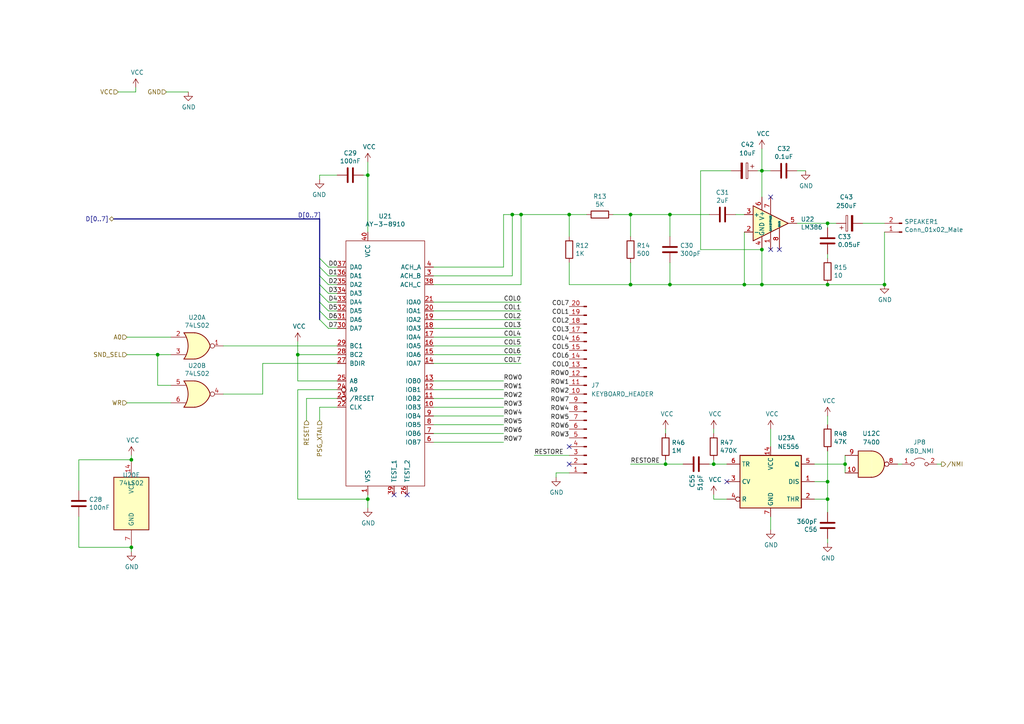
<source format=kicad_sch>
(kicad_sch (version 20211123) (generator eeschema)
  (paper "A4")
  (lib_symbols
    (symbol "74xx:7400" (pin_names (offset 1.016))
      (property "Reference" "U" (at 0 1.27 0))
      (property "Value" "7400" (at 0 -1.27 0))
      (symbol "7400_1_1"
        (arc (start 0 -3.81) (mid 3.81 0) (end 0 3.81) (stroke (width 0.254)) (fill (type background)))
        (polyline (pts (xy 0 3.81) (xy -3.81 3.81) (xy -3.81 -3.81) (xy 0 -3.81)) (stroke (width 0.254)) (fill (type background)))
        (pin input line (at -7.62 2.54 0) (length 3.81) (name "~") (number "1"))
        (pin input line (at -7.62 -2.54 0) (length 3.81) (name "~") (number "2"))
        (pin output inverted (at 7.62 0 180) (length 3.81) (name "~") (number "3"))
      )
      (symbol "7400_1_2"
        (arc (start -3.81 -3.81) (mid -2.589 0) (end -3.81 3.81) (stroke (width 0.254)))
        (arc (start -0.6096 -3.81) (mid 2.1842 -2.5851) (end 3.81 0) (stroke (width 0.254)) (fill (type background)))
        (polyline (pts (xy -3.81 -3.81) (xy -0.635 -3.81)) (stroke (width 0.254)) (fill (type background)))
        (polyline (pts (xy -3.81 3.81) (xy -0.635 3.81)) (stroke (width 0.254)) (fill (type background)))
        (polyline (pts (xy -0.635 3.81) (xy -3.81 3.81) (xy -3.81 3.81) (xy -3.556 3.4036) (xy -3.0226 2.2606) (xy -2.6924 1.0414) (xy -2.6162 -0.254) (xy -2.7686 -1.4986) (xy -3.175 -2.7178) (xy -3.81 -3.81) (xy -3.81 -3.81) (xy -0.635 -3.81)) (stroke (width -25.4)) (fill (type background)))
        (arc (start 3.81 0) (mid 2.1915 2.5936) (end -0.6096 3.81) (stroke (width 0.254)) (fill (type background)))
        (pin input inverted (at -7.62 2.54 0) (length 4.318) (name "~") (number "1"))
        (pin input inverted (at -7.62 -2.54 0) (length 4.318) (name "~") (number "2"))
        (pin output line (at 7.62 0 180) (length 3.81) (name "~") (number "3"))
      )
      (symbol "7400_2_1"
        (arc (start 0 -3.81) (mid 3.81 0) (end 0 3.81) (stroke (width 0.254)) (fill (type background)))
        (polyline (pts (xy 0 3.81) (xy -3.81 3.81) (xy -3.81 -3.81) (xy 0 -3.81)) (stroke (width 0.254)) (fill (type background)))
        (pin input line (at -7.62 2.54 0) (length 3.81) (name "~") (number "4"))
        (pin input line (at -7.62 -2.54 0) (length 3.81) (name "~") (number "5"))
        (pin output inverted (at 7.62 0 180) (length 3.81) (name "~") (number "6"))
      )
      (symbol "7400_2_2"
        (arc (start -3.81 -3.81) (mid -2.589 0) (end -3.81 3.81) (stroke (width 0.254)))
        (arc (start -0.6096 -3.81) (mid 2.1842 -2.5851) (end 3.81 0) (stroke (width 0.254)) (fill (type background)))
        (polyline (pts (xy -3.81 -3.81) (xy -0.635 -3.81)) (stroke (width 0.254)) (fill (type background)))
        (polyline (pts (xy -3.81 3.81) (xy -0.635 3.81)) (stroke (width 0.254)) (fill (type background)))
        (polyline (pts (xy -0.635 3.81) (xy -3.81 3.81) (xy -3.81 3.81) (xy -3.556 3.4036) (xy -3.0226 2.2606) (xy -2.6924 1.0414) (xy -2.6162 -0.254) (xy -2.7686 -1.4986) (xy -3.175 -2.7178) (xy -3.81 -3.81) (xy -3.81 -3.81) (xy -0.635 -3.81)) (stroke (width -25.4)) (fill (type background)))
        (arc (start 3.81 0) (mid 2.1915 2.5936) (end -0.6096 3.81) (stroke (width 0.254)) (fill (type background)))
        (pin input inverted (at -7.62 2.54 0) (length 4.318) (name "~") (number "4"))
        (pin input inverted (at -7.62 -2.54 0) (length 4.318) (name "~") (number "5"))
        (pin output line (at 7.62 0 180) (length 3.81) (name "~") (number "6"))
      )
      (symbol "7400_3_1"
        (arc (start 0 -3.81) (mid 3.81 0) (end 0 3.81) (stroke (width 0.254)) (fill (type background)))
        (polyline (pts (xy 0 3.81) (xy -3.81 3.81) (xy -3.81 -3.81) (xy 0 -3.81)) (stroke (width 0.254)) (fill (type background)))
        (pin input line (at -7.62 -2.54 0) (length 3.81) (name "~") (number "10"))
        (pin output inverted (at 7.62 0 180) (length 3.81) (name "~") (number "8"))
        (pin input line (at -7.62 2.54 0) (length 3.81) (name "~") (number "9"))
      )
      (symbol "7400_3_2"
        (arc (start -3.81 -3.81) (mid -2.589 0) (end -3.81 3.81) (stroke (width 0.254)))
        (arc (start -0.6096 -3.81) (mid 2.1842 -2.5851) (end 3.81 0) (stroke (width 0.254)) (fill (type background)))
        (polyline (pts (xy -3.81 -3.81) (xy -0.635 -3.81)) (stroke (width 0.254)) (fill (type background)))
        (polyline (pts (xy -3.81 3.81) (xy -0.635 3.81)) (stroke (width 0.254)) (fill (type background)))
        (polyline (pts (xy -0.635 3.81) (xy -3.81 3.81) (xy -3.81 3.81) (xy -3.556 3.4036) (xy -3.0226 2.2606) (xy -2.6924 1.0414) (xy -2.6162 -0.254) (xy -2.7686 -1.4986) (xy -3.175 -2.7178) (xy -3.81 -3.81) (xy -3.81 -3.81) (xy -0.635 -3.81)) (stroke (width -25.4)) (fill (type background)))
        (arc (start 3.81 0) (mid 2.1915 2.5936) (end -0.6096 3.81) (stroke (width 0.254)) (fill (type background)))
        (pin input inverted (at -7.62 -2.54 0) (length 4.318) (name "~") (number "10"))
        (pin output line (at 7.62 0 180) (length 3.81) (name "~") (number "8"))
        (pin input inverted (at -7.62 2.54 0) (length 4.318) (name "~") (number "9"))
      )
      (symbol "7400_4_1"
        (arc (start 0 -3.81) (mid 3.81 0) (end 0 3.81) (stroke (width 0.254)) (fill (type background)))
        (polyline (pts (xy 0 3.81) (xy -3.81 3.81) (xy -3.81 -3.81) (xy 0 -3.81)) (stroke (width 0.254)) (fill (type background)))
        (pin output inverted (at 7.62 0 180) (length 3.81) (name "~") (number "11"))
        (pin input line (at -7.62 2.54 0) (length 3.81) (name "~") (number "12"))
        (pin input line (at -7.62 -2.54 0) (length 3.81) (name "~") (number "13"))
      )
      (symbol "7400_4_2"
        (arc (start -3.81 -3.81) (mid -2.589 0) (end -3.81 3.81) (stroke (width 0.254)))
        (arc (start -0.6096 -3.81) (mid 2.1842 -2.5851) (end 3.81 0) (stroke (width 0.254)) (fill (type background)))
        (polyline (pts (xy -3.81 -3.81) (xy -0.635 -3.81)) (stroke (width 0.254)) (fill (type background)))
        (polyline (pts (xy -3.81 3.81) (xy -0.635 3.81)) (stroke (width 0.254)) (fill (type background)))
        (polyline (pts (xy -0.635 3.81) (xy -3.81 3.81) (xy -3.81 3.81) (xy -3.556 3.4036) (xy -3.0226 2.2606) (xy -2.6924 1.0414) (xy -2.6162 -0.254) (xy -2.7686 -1.4986) (xy -3.175 -2.7178) (xy -3.81 -3.81) (xy -3.81 -3.81) (xy -0.635 -3.81)) (stroke (width -25.4)) (fill (type background)))
        (arc (start 3.81 0) (mid 2.1915 2.5936) (end -0.6096 3.81) (stroke (width 0.254)) (fill (type background)))
        (pin output line (at 7.62 0 180) (length 3.81) (name "~") (number "11"))
        (pin input inverted (at -7.62 2.54 0) (length 4.318) (name "~") (number "12"))
        (pin input inverted (at -7.62 -2.54 0) (length 4.318) (name "~") (number "13"))
      )
      (symbol "7400_5_0"
        (pin power_in line (at 0 12.7 270) (length 5.08) (name "VCC") (number "14"))
        (pin power_in line (at 0 -12.7 90) (length 5.08) (name "GND") (number "7"))
      )
      (symbol "7400_5_1"
        (rectangle (start -5.08 7.62) (end 5.08 -7.62) (stroke (width 0.254)) (fill (type background)))
      )
    )
    (symbol "74xx:74LS02" (pin_names (offset 1.016))
      (property "Reference" "U" (at 0 1.27 0))
      (property "Value" "74LS02" (at 0 -1.27 0))
      (symbol "74LS02_1_1"
        (arc (start -3.81 -3.81) (mid -2.589 0) (end -3.81 3.81) (stroke (width 0.254)))
        (arc (start -0.6096 -3.81) (mid 2.1842 -2.5851) (end 3.81 0) (stroke (width 0.254)) (fill (type background)))
        (polyline (pts (xy -3.81 -3.81) (xy -0.635 -3.81)) (stroke (width 0.254)) (fill (type background)))
        (polyline (pts (xy -3.81 3.81) (xy -0.635 3.81)) (stroke (width 0.254)) (fill (type background)))
        (polyline (pts (xy -0.635 3.81) (xy -3.81 3.81) (xy -3.81 3.81) (xy -3.556 3.4036) (xy -3.0226 2.2606) (xy -2.6924 1.0414) (xy -2.6162 -0.254) (xy -2.7686 -1.4986) (xy -3.175 -2.7178) (xy -3.81 -3.81) (xy -3.81 -3.81) (xy -0.635 -3.81)) (stroke (width -25.4)) (fill (type background)))
        (arc (start 3.81 0) (mid 2.1915 2.5936) (end -0.6096 3.81) (stroke (width 0.254)) (fill (type background)))
        (pin output inverted (at 7.62 0 180) (length 3.81) (name "~") (number "1"))
        (pin input line (at -7.62 2.54 0) (length 4.318) (name "~") (number "2"))
        (pin input line (at -7.62 -2.54 0) (length 4.318) (name "~") (number "3"))
      )
      (symbol "74LS02_1_2"
        (arc (start 0 -3.81) (mid 3.81 0) (end 0 3.81) (stroke (width 0.254)) (fill (type background)))
        (polyline (pts (xy 0 3.81) (xy -3.81 3.81) (xy -3.81 -3.81) (xy 0 -3.81)) (stroke (width 0.254)) (fill (type background)))
        (pin output line (at 7.62 0 180) (length 3.81) (name "~") (number "1"))
        (pin input inverted (at -7.62 2.54 0) (length 3.81) (name "~") (number "2"))
        (pin input inverted (at -7.62 -2.54 0) (length 3.81) (name "~") (number "3"))
      )
      (symbol "74LS02_2_1"
        (arc (start -3.81 -3.81) (mid -2.589 0) (end -3.81 3.81) (stroke (width 0.254)))
        (arc (start -0.6096 -3.81) (mid 2.1842 -2.5851) (end 3.81 0) (stroke (width 0.254)) (fill (type background)))
        (polyline (pts (xy -3.81 -3.81) (xy -0.635 -3.81)) (stroke (width 0.254)) (fill (type background)))
        (polyline (pts (xy -3.81 3.81) (xy -0.635 3.81)) (stroke (width 0.254)) (fill (type background)))
        (polyline (pts (xy -0.635 3.81) (xy -3.81 3.81) (xy -3.81 3.81) (xy -3.556 3.4036) (xy -3.0226 2.2606) (xy -2.6924 1.0414) (xy -2.6162 -0.254) (xy -2.7686 -1.4986) (xy -3.175 -2.7178) (xy -3.81 -3.81) (xy -3.81 -3.81) (xy -0.635 -3.81)) (stroke (width -25.4)) (fill (type background)))
        (arc (start 3.81 0) (mid 2.1915 2.5936) (end -0.6096 3.81) (stroke (width 0.254)) (fill (type background)))
        (pin output inverted (at 7.62 0 180) (length 3.81) (name "~") (number "4"))
        (pin input line (at -7.62 2.54 0) (length 4.318) (name "~") (number "5"))
        (pin input line (at -7.62 -2.54 0) (length 4.318) (name "~") (number "6"))
      )
      (symbol "74LS02_2_2"
        (arc (start 0 -3.81) (mid 3.81 0) (end 0 3.81) (stroke (width 0.254)) (fill (type background)))
        (polyline (pts (xy 0 3.81) (xy -3.81 3.81) (xy -3.81 -3.81) (xy 0 -3.81)) (stroke (width 0.254)) (fill (type background)))
        (pin output line (at 7.62 0 180) (length 3.81) (name "~") (number "4"))
        (pin input inverted (at -7.62 2.54 0) (length 3.81) (name "~") (number "5"))
        (pin input inverted (at -7.62 -2.54 0) (length 3.81) (name "~") (number "6"))
      )
      (symbol "74LS02_3_1"
        (arc (start -3.81 -3.81) (mid -2.589 0) (end -3.81 3.81) (stroke (width 0.254)))
        (arc (start -0.6096 -3.81) (mid 2.1842 -2.5851) (end 3.81 0) (stroke (width 0.254)) (fill (type background)))
        (polyline (pts (xy -3.81 -3.81) (xy -0.635 -3.81)) (stroke (width 0.254)) (fill (type background)))
        (polyline (pts (xy -3.81 3.81) (xy -0.635 3.81)) (stroke (width 0.254)) (fill (type background)))
        (polyline (pts (xy -0.635 3.81) (xy -3.81 3.81) (xy -3.81 3.81) (xy -3.556 3.4036) (xy -3.0226 2.2606) (xy -2.6924 1.0414) (xy -2.6162 -0.254) (xy -2.7686 -1.4986) (xy -3.175 -2.7178) (xy -3.81 -3.81) (xy -3.81 -3.81) (xy -0.635 -3.81)) (stroke (width -25.4)) (fill (type background)))
        (arc (start 3.81 0) (mid 2.1915 2.5936) (end -0.6096 3.81) (stroke (width 0.254)) (fill (type background)))
        (pin output inverted (at 7.62 0 180) (length 3.81) (name "~") (number "10"))
        (pin input line (at -7.62 2.54 0) (length 4.318) (name "~") (number "8"))
        (pin input line (at -7.62 -2.54 0) (length 4.318) (name "~") (number "9"))
      )
      (symbol "74LS02_3_2"
        (arc (start 0 -3.81) (mid 3.81 0) (end 0 3.81) (stroke (width 0.254)) (fill (type background)))
        (polyline (pts (xy 0 3.81) (xy -3.81 3.81) (xy -3.81 -3.81) (xy 0 -3.81)) (stroke (width 0.254)) (fill (type background)))
        (pin output line (at 7.62 0 180) (length 3.81) (name "~") (number "10"))
        (pin input inverted (at -7.62 2.54 0) (length 3.81) (name "~") (number "8"))
        (pin input inverted (at -7.62 -2.54 0) (length 3.81) (name "~") (number "9"))
      )
      (symbol "74LS02_4_1"
        (arc (start -3.81 -3.81) (mid -2.589 0) (end -3.81 3.81) (stroke (width 0.254)))
        (arc (start -0.6096 -3.81) (mid 2.1842 -2.5851) (end 3.81 0) (stroke (width 0.254)) (fill (type background)))
        (polyline (pts (xy -3.81 -3.81) (xy -0.635 -3.81)) (stroke (width 0.254)) (fill (type background)))
        (polyline (pts (xy -3.81 3.81) (xy -0.635 3.81)) (stroke (width 0.254)) (fill (type background)))
        (polyline (pts (xy -0.635 3.81) (xy -3.81 3.81) (xy -3.81 3.81) (xy -3.556 3.4036) (xy -3.0226 2.2606) (xy -2.6924 1.0414) (xy -2.6162 -0.254) (xy -2.7686 -1.4986) (xy -3.175 -2.7178) (xy -3.81 -3.81) (xy -3.81 -3.81) (xy -0.635 -3.81)) (stroke (width -25.4)) (fill (type background)))
        (arc (start 3.81 0) (mid 2.1915 2.5936) (end -0.6096 3.81) (stroke (width 0.254)) (fill (type background)))
        (pin input line (at -7.62 2.54 0) (length 4.318) (name "~") (number "11"))
        (pin input line (at -7.62 -2.54 0) (length 4.318) (name "~") (number "12"))
        (pin output inverted (at 7.62 0 180) (length 3.81) (name "~") (number "13"))
      )
      (symbol "74LS02_4_2"
        (arc (start 0 -3.81) (mid 3.81 0) (end 0 3.81) (stroke (width 0.254)) (fill (type background)))
        (polyline (pts (xy 0 3.81) (xy -3.81 3.81) (xy -3.81 -3.81) (xy 0 -3.81)) (stroke (width 0.254)) (fill (type background)))
        (pin input inverted (at -7.62 2.54 0) (length 3.81) (name "~") (number "11"))
        (pin input inverted (at -7.62 -2.54 0) (length 3.81) (name "~") (number "12"))
        (pin output line (at 7.62 0 180) (length 3.81) (name "~") (number "13"))
      )
      (symbol "74LS02_5_0"
        (pin power_in line (at 0 12.7 270) (length 5.08) (name "VCC") (number "14"))
        (pin power_in line (at 0 -12.7 90) (length 5.08) (name "GND") (number "7"))
      )
      (symbol "74LS02_5_1"
        (rectangle (start -5.08 7.62) (end 5.08 -7.62) (stroke (width 0.254)) (fill (type background)))
      )
    )
    (symbol "Amplifier_Audio:LM386" (pin_names (offset 0.127))
      (property "Reference" "U" (at 1.27 7.62 0))
      (property "Value" "LM386" (at 1.27 5.08 0))
      (symbol "LM386_0_1"
        (polyline (pts (xy 5.08 0) (xy -5.08 5.08) (xy -5.08 -5.08) (xy 5.08 0)) (stroke (width 0.254)) (fill (type background)))
      )
      (symbol "LM386_1_1"
        (pin input line (at 0 -7.62 90) (length 5.08) (name "GAIN") (number "1"))
        (pin input line (at -7.62 -2.54 0) (length 2.54) (name "-") (number "2"))
        (pin input line (at -7.62 2.54 0) (length 2.54) (name "+") (number "3"))
        (pin power_in line (at -2.54 -7.62 90) (length 3.81) (name "GND") (number "4"))
        (pin output line (at 7.62 0 180) (length 2.54) (name "~") (number "5"))
        (pin power_in line (at -2.54 7.62 270) (length 3.81) (name "V+") (number "6"))
        (pin input line (at 0 7.62 270) (length 5.08) (name "BYPASS") (number "7"))
        (pin input line (at 2.54 -7.62 90) (length 6.35) (name "GAIN") (number "8"))
      )
    )
    (symbol "Connector:Conn_01x02_Male" (pin_names (offset 1.016) hide)
      (property "Reference" "J" (at 0 2.54 0))
      (property "Value" "Conn_01x02_Male" (at 0 -5.08 0))
      (symbol "Conn_01x02_Male_1_1"
        (polyline (pts (xy 1.27 -2.54) (xy 0.8636 -2.54)) (stroke (width 0.1524)))
        (polyline (pts (xy 1.27 0) (xy 0.8636 0)) (stroke (width 0.1524)))
        (rectangle (start 0.8636 -2.413) (end 0 -2.667) (stroke (width 0.1524)) (fill (type outline)))
        (rectangle (start 0.8636 0.127) (end 0 -0.127) (stroke (width 0.1524)) (fill (type outline)))
        (pin passive line (at 5.08 0 180) (length 3.81) (name "Pin_1") (number "1"))
        (pin passive line (at 5.08 -2.54 180) (length 3.81) (name "Pin_2") (number "2"))
      )
    )
    (symbol "Connector:Conn_01x20_Male" (pin_names (offset 1.016) hide)
      (property "Reference" "J" (at 0 25.4 0))
      (property "Value" "Conn_01x20_Male" (at 0 -27.94 0))
      (symbol "Conn_01x20_Male_1_1"
        (polyline (pts (xy 1.27 -25.4) (xy 0.8636 -25.4)) (stroke (width 0.1524)))
        (polyline (pts (xy 1.27 -22.86) (xy 0.8636 -22.86)) (stroke (width 0.1524)))
        (polyline (pts (xy 1.27 -20.32) (xy 0.8636 -20.32)) (stroke (width 0.1524)))
        (polyline (pts (xy 1.27 -17.78) (xy 0.8636 -17.78)) (stroke (width 0.1524)))
        (polyline (pts (xy 1.27 -15.24) (xy 0.8636 -15.24)) (stroke (width 0.1524)))
        (polyline (pts (xy 1.27 -12.7) (xy 0.8636 -12.7)) (stroke (width 0.1524)))
        (polyline (pts (xy 1.27 -10.16) (xy 0.8636 -10.16)) (stroke (width 0.1524)))
        (polyline (pts (xy 1.27 -7.62) (xy 0.8636 -7.62)) (stroke (width 0.1524)))
        (polyline (pts (xy 1.27 -5.08) (xy 0.8636 -5.08)) (stroke (width 0.1524)))
        (polyline (pts (xy 1.27 -2.54) (xy 0.8636 -2.54)) (stroke (width 0.1524)))
        (polyline (pts (xy 1.27 0) (xy 0.8636 0)) (stroke (width 0.1524)))
        (polyline (pts (xy 1.27 2.54) (xy 0.8636 2.54)) (stroke (width 0.1524)))
        (polyline (pts (xy 1.27 5.08) (xy 0.8636 5.08)) (stroke (width 0.1524)))
        (polyline (pts (xy 1.27 7.62) (xy 0.8636 7.62)) (stroke (width 0.1524)))
        (polyline (pts (xy 1.27 10.16) (xy 0.8636 10.16)) (stroke (width 0.1524)))
        (polyline (pts (xy 1.27 12.7) (xy 0.8636 12.7)) (stroke (width 0.1524)))
        (polyline (pts (xy 1.27 15.24) (xy 0.8636 15.24)) (stroke (width 0.1524)))
        (polyline (pts (xy 1.27 17.78) (xy 0.8636 17.78)) (stroke (width 0.1524)))
        (polyline (pts (xy 1.27 20.32) (xy 0.8636 20.32)) (stroke (width 0.1524)))
        (polyline (pts (xy 1.27 22.86) (xy 0.8636 22.86)) (stroke (width 0.1524)))
        (rectangle (start 0.8636 -25.273) (end 0 -25.527) (stroke (width 0.1524)) (fill (type outline)))
        (rectangle (start 0.8636 -22.733) (end 0 -22.987) (stroke (width 0.1524)) (fill (type outline)))
        (rectangle (start 0.8636 -20.193) (end 0 -20.447) (stroke (width 0.1524)) (fill (type outline)))
        (rectangle (start 0.8636 -17.653) (end 0 -17.907) (stroke (width 0.1524)) (fill (type outline)))
        (rectangle (start 0.8636 -15.113) (end 0 -15.367) (stroke (width 0.1524)) (fill (type outline)))
        (rectangle (start 0.8636 -12.573) (end 0 -12.827) (stroke (width 0.1524)) (fill (type outline)))
        (rectangle (start 0.8636 -10.033) (end 0 -10.287) (stroke (width 0.1524)) (fill (type outline)))
        (rectangle (start 0.8636 -7.493) (end 0 -7.747) (stroke (width 0.1524)) (fill (type outline)))
        (rectangle (start 0.8636 -4.953) (end 0 -5.207) (stroke (width 0.1524)) (fill (type outline)))
        (rectangle (start 0.8636 -2.413) (end 0 -2.667) (stroke (width 0.1524)) (fill (type outline)))
        (rectangle (start 0.8636 0.127) (end 0 -0.127) (stroke (width 0.1524)) (fill (type outline)))
        (rectangle (start 0.8636 2.667) (end 0 2.413) (stroke (width 0.1524)) (fill (type outline)))
        (rectangle (start 0.8636 5.207) (end 0 4.953) (stroke (width 0.1524)) (fill (type outline)))
        (rectangle (start 0.8636 7.747) (end 0 7.493) (stroke (width 0.1524)) (fill (type outline)))
        (rectangle (start 0.8636 10.287) (end 0 10.033) (stroke (width 0.1524)) (fill (type outline)))
        (rectangle (start 0.8636 12.827) (end 0 12.573) (stroke (width 0.1524)) (fill (type outline)))
        (rectangle (start 0.8636 15.367) (end 0 15.113) (stroke (width 0.1524)) (fill (type outline)))
        (rectangle (start 0.8636 17.907) (end 0 17.653) (stroke (width 0.1524)) (fill (type outline)))
        (rectangle (start 0.8636 20.447) (end 0 20.193) (stroke (width 0.1524)) (fill (type outline)))
        (rectangle (start 0.8636 22.987) (end 0 22.733) (stroke (width 0.1524)) (fill (type outline)))
        (pin passive line (at 5.08 22.86 180) (length 3.81) (name "Pin_1") (number "1"))
        (pin passive line (at 5.08 0 180) (length 3.81) (name "Pin_10") (number "10"))
        (pin passive line (at 5.08 -2.54 180) (length 3.81) (name "Pin_11") (number "11"))
        (pin passive line (at 5.08 -5.08 180) (length 3.81) (name "Pin_12") (number "12"))
        (pin passive line (at 5.08 -7.62 180) (length 3.81) (name "Pin_13") (number "13"))
        (pin passive line (at 5.08 -10.16 180) (length 3.81) (name "Pin_14") (number "14"))
        (pin passive line (at 5.08 -12.7 180) (length 3.81) (name "Pin_15") (number "15"))
        (pin passive line (at 5.08 -15.24 180) (length 3.81) (name "Pin_16") (number "16"))
        (pin passive line (at 5.08 -17.78 180) (length 3.81) (name "Pin_17") (number "17"))
        (pin passive line (at 5.08 -20.32 180) (length 3.81) (name "Pin_18") (number "18"))
        (pin passive line (at 5.08 -22.86 180) (length 3.81) (name "Pin_19") (number "19"))
        (pin passive line (at 5.08 20.32 180) (length 3.81) (name "Pin_2") (number "2"))
        (pin passive line (at 5.08 -25.4 180) (length 3.81) (name "Pin_20") (number "20"))
        (pin passive line (at 5.08 17.78 180) (length 3.81) (name "Pin_3") (number "3"))
        (pin passive line (at 5.08 15.24 180) (length 3.81) (name "Pin_4") (number "4"))
        (pin passive line (at 5.08 12.7 180) (length 3.81) (name "Pin_5") (number "5"))
        (pin passive line (at 5.08 10.16 180) (length 3.81) (name "Pin_6") (number "6"))
        (pin passive line (at 5.08 7.62 180) (length 3.81) (name "Pin_7") (number "7"))
        (pin passive line (at 5.08 5.08 180) (length 3.81) (name "Pin_8") (number "8"))
        (pin passive line (at 5.08 2.54 180) (length 3.81) (name "Pin_9") (number "9"))
      )
    )
    (symbol "Device:C" (pin_numbers hide) (pin_names (offset 0.254))
      (property "Reference" "C" (at 0.635 2.54 0))
      (property "Value" "C" (at 0.635 -2.54 0))
      (symbol "C_0_1"
        (polyline (pts (xy -2.032 -0.762) (xy 2.032 -0.762)) (stroke (width 0.508)))
        (polyline (pts (xy -2.032 0.762) (xy 2.032 0.762)) (stroke (width 0.508)))
      )
      (symbol "C_1_1"
        (pin passive line (at 0 3.81 270) (length 2.794) (name "~") (number "1"))
        (pin passive line (at 0 -3.81 90) (length 2.794) (name "~") (number "2"))
      )
    )
    (symbol "Device:C_Polarized" (pin_numbers hide) (pin_names (offset 0.254))
      (property "Reference" "C" (at 0.635 2.54 0))
      (property "Value" "C_Polarized" (at 0.635 -2.54 0))
      (symbol "C_Polarized_0_1"
        (rectangle (start -2.286 0.508) (end 2.286 1.016))
        (polyline (pts (xy -1.778 2.286) (xy -0.762 2.286)))
        (polyline (pts (xy -1.27 2.794) (xy -1.27 1.778)))
        (rectangle (start 2.286 -0.508) (end -2.286 -1.016) (fill (type outline)))
      )
      (symbol "C_Polarized_1_1"
        (pin passive line (at 0 3.81 270) (length 2.794) (name "~") (number "1"))
        (pin passive line (at 0 -3.81 90) (length 2.794) (name "~") (number "2"))
      )
    )
    (symbol "Device:R" (pin_numbers hide) (pin_names (offset 0))
      (property "Reference" "R" (at 2.032 0 90))
      (property "Value" "R" (at 0 0 90))
      (symbol "R_0_1"
        (rectangle (start -1.016 -2.54) (end 1.016 2.54) (stroke (width 0.254)))
      )
      (symbol "R_1_1"
        (pin passive line (at 0 3.81 270) (length 1.27) (name "~") (number "1"))
        (pin passive line (at 0 -3.81 90) (length 1.27) (name "~") (number "2"))
      )
    )
    (symbol "Jumper:Jumper_2_Open" (pin_names (offset 0) hide)
      (property "Reference" "JP" (at 0 2.794 0))
      (property "Value" "Jumper_2_Open" (at 0 -2.286 0))
      (symbol "Jumper_2_Open_0_0"
        (circle (center -2.032 0) (radius 0.508))
        (circle (center 2.032 0) (radius 0.508))
      )
      (symbol "Jumper_2_Open_0_1"
        (arc (start 1.524 1.27) (mid 0 1.778) (end -1.524 1.27))
      )
      (symbol "Jumper_2_Open_1_1"
        (pin passive line (at -5.08 0 0) (length 2.54) (name "A") (number "1"))
        (pin passive line (at 5.08 0 180) (length 2.54) (name "B") (number "2"))
      )
    )
    (symbol "Timer:NE556"
      (property "Reference" "U" (at -10.16 8.89 0))
      (property "Value" "NE556" (at -10.16 -8.89 0))
      (symbol "NE556_0_0"
        (pin power_in line (at 0 10.16 270) (length 2.54) (name "VCC") (number "14"))
        (pin power_in line (at 0 -10.16 90) (length 2.54) (name "GND") (number "7"))
      )
      (symbol "NE556_0_1"
        (rectangle (start -8.89 -7.62) (end 8.89 7.62) (stroke (width 0.254)) (fill (type background)))
        (rectangle (start -8.89 -7.62) (end 8.89 7.62) (stroke (width 0.254)) (fill (type background)))
      )
      (symbol "NE556_1_1"
        (pin input line (at 12.7 0 180) (length 3.81) (name "DIS") (number "1"))
        (pin input line (at 12.7 -5.08 180) (length 3.81) (name "THR") (number "2"))
        (pin input line (at -12.7 0 0) (length 3.81) (name "CV") (number "3"))
        (pin input inverted (at -12.7 -5.08 0) (length 3.81) (name "R") (number "4"))
        (pin output line (at 12.7 5.08 180) (length 3.81) (name "Q") (number "5"))
        (pin input line (at -12.7 5.08 0) (length 3.81) (name "TR") (number "6"))
      )
      (symbol "NE556_2_1"
        (pin input inverted (at -12.7 -5.08 0) (length 3.81) (name "R") (number "10"))
        (pin input line (at -12.7 0 0) (length 3.81) (name "CV") (number "11"))
        (pin input line (at 12.7 -5.08 180) (length 3.81) (name "THR") (number "12"))
        (pin input line (at 12.7 0 180) (length 3.81) (name "DIS") (number "13"))
        (pin input line (at -12.7 5.08 0) (length 3.81) (name "TR") (number "8"))
        (pin output line (at 12.7 5.08 180) (length 3.81) (name "Q") (number "9"))
      )
    )
    (symbol "Z80MiniFrame-Sound_Graphics-rescue:AY-3-8910-Audio" (pin_names (offset 1.016))
      (property "Reference" "U" (at 31.75 -3.81 0))
      (property "Value" "AY-3-8910-Audio" (at 31.75 -31.75 0))
      (symbol "AY-3-8910-Audio_0_1"
        (rectangle (start 20.32 -6.35) (end 43.18 -77.47))
      )
      (symbol "AY-3-8910-Audio_1_1"
        (pin power_in line (at 26.67 -80.01 90) (length 2.54) (name "VSS") (number "1"))
        (pin bidirectional line (at 45.72 -54.61 180) (length 2.54) (name "IOB3") (number "10"))
        (pin bidirectional line (at 45.72 -52.07 180) (length 2.54) (name "IOB2") (number "11"))
        (pin bidirectional line (at 45.72 -49.53 180) (length 2.54) (name "IOB1") (number "12"))
        (pin bidirectional line (at 45.72 -46.99 180) (length 2.54) (name "IOB0") (number "13"))
        (pin bidirectional line (at 45.72 -41.91 180) (length 2.54) (name "IOA7") (number "14"))
        (pin bidirectional line (at 45.72 -39.37 180) (length 2.54) (name "IOA6") (number "15"))
        (pin bidirectional line (at 45.72 -36.83 180) (length 2.54) (name "IOA5") (number "16"))
        (pin bidirectional line (at 45.72 -34.29 180) (length 2.54) (name "IOA4") (number "17"))
        (pin bidirectional line (at 45.72 -31.75 180) (length 2.54) (name "IOA3") (number "18"))
        (pin bidirectional line (at 45.72 -29.21 180) (length 2.54) (name "IOA2") (number "19"))
        (pin bidirectional line (at 45.72 -26.67 180) (length 2.54) (name "IOA1") (number "20"))
        (pin bidirectional line (at 45.72 -24.13 180) (length 2.54) (name "IOA0") (number "21"))
        (pin input line (at 17.78 -54.61 0) (length 2.54) (name "CLK") (number "22"))
        (pin input inverted (at 17.78 -52.07 0) (length 2.54) (name "/RESET") (number "23"))
        (pin input inverted (at 17.78 -49.53 0) (length 2.54) (name "A9") (number "24"))
        (pin input line (at 17.78 -46.99 0) (length 2.54) (name "A8") (number "25"))
        (pin input line (at 38.1 -80.01 90) (length 2.54) (name "TEST_2") (number "26"))
        (pin input line (at 17.78 -41.91 0) (length 2.54) (name "BDIR") (number "27"))
        (pin input line (at 17.78 -39.37 0) (length 2.54) (name "BC2") (number "28"))
        (pin input line (at 17.78 -36.83 0) (length 2.54) (name "BC1") (number "29"))
        (pin passive line (at 45.72 -16.51 180) (length 2.54) (name "ACH_B") (number "3"))
        (pin bidirectional line (at 17.78 -31.75 0) (length 2.54) (name "DA7") (number "30"))
        (pin bidirectional line (at 17.78 -29.21 0) (length 2.54) (name "DA6") (number "31"))
        (pin bidirectional line (at 17.78 -26.67 0) (length 2.54) (name "DA5") (number "32"))
        (pin bidirectional line (at 17.78 -24.13 0) (length 2.54) (name "DA4") (number "33"))
        (pin bidirectional line (at 17.78 -21.59 0) (length 2.54) (name "DA3") (number "34"))
        (pin bidirectional line (at 17.78 -19.05 0) (length 2.54) (name "DA2") (number "35"))
        (pin bidirectional line (at 17.78 -16.51 0) (length 2.54) (name "DA1") (number "36"))
        (pin bidirectional line (at 17.78 -13.97 0) (length 2.54) (name "DA0") (number "37"))
        (pin passive line (at 45.72 -19.05 180) (length 2.54) (name "ACH_C") (number "38"))
        (pin input line (at 34.29 -80.01 90) (length 2.54) (name "TEST_1") (number "39"))
        (pin passive line (at 45.72 -13.97 180) (length 2.54) (name "ACH_A") (number "4"))
        (pin power_in line (at 26.67 -3.81 270) (length 2.54) (name "VCC") (number "40"))
        (pin bidirectional line (at 45.72 -64.77 180) (length 2.54) (name "IOB7") (number "6"))
        (pin bidirectional line (at 45.72 -62.23 180) (length 2.54) (name "IOB6") (number "7"))
        (pin bidirectional line (at 45.72 -59.69 180) (length 2.54) (name "IOB5") (number "8"))
        (pin bidirectional line (at 45.72 -57.15 180) (length 2.54) (name "IOB4") (number "9"))
      )
    )
    (symbol "power:GND" (power) (pin_names (offset 0))
      (property "Value" "GND" (at 0 -3.81 0))
      (symbol "GND_0_1"
        (polyline (pts (xy 0 0) (xy 0 -1.27) (xy 1.27 -1.27) (xy 0 -2.54) (xy -1.27 -1.27) (xy 0 -1.27)))
      )
      (symbol "GND_1_1"
        (pin power_in line (at 0 0 270) (length 0) hide (name "GND") (number "1"))
      )
    )
    (symbol "power:VCC" (power) (pin_names (offset 0))
      (property "Value" "VCC" (at 0 3.81 0))
      (symbol "VCC_0_1"
        (polyline (pts (xy -0.762 1.27) (xy 0 2.54)))
        (polyline (pts (xy 0 0) (xy 0 2.54)))
        (polyline (pts (xy 0 2.54) (xy 0.762 1.27)))
      )
      (symbol "VCC_1_1"
        (pin power_in line (at 0 0 90) (length 0) hide (name "VCC") (number "1"))
      )
    )
  )
  (junction (at 193.04 134.62))
  (junction (at 240.03 82.55))
  (junction (at 194.31 62.23))
  (junction (at 215.9 82.55))
  (junction (at 45.72 102.87))
  (junction (at 194.31 82.55))
  (junction (at 182.88 82.55))
  (junction (at 151.13 62.23))
  (junction (at 220.98 72.39))
  (junction (at 106.68 144.78))
  (junction (at 256.54 82.55))
  (junction (at 245.11 134.62))
  (junction (at 240.03 64.77))
  (junction (at 220.98 82.55))
  (junction (at 207.01 134.62))
  (junction (at 106.68 50.8))
  (junction (at 165.1 62.23))
  (junction (at 220.98 49.53))
  (junction (at 148.59 62.23))
  (junction (at 182.88 62.23))
  (junction (at 38.1 158.75))
  (junction (at 38.1 133.35))
  (junction (at 240.03 144.78))
  (junction (at 86.36 102.87))
  (junction (at 240.03 139.7))
  (no_connect (at 210.82 139.7))
  (no_connect (at 226.06 72.39))
  (no_connect (at 223.52 57.15))
  (no_connect (at 118.11 143.51))
  (no_connect (at 114.3 143.51))
  (no_connect (at 223.52 72.39))
  (no_connect (at 165.1 129.54))
  (no_connect (at 165.1 134.62))
  (bus_entry (at 92.71 74.93) (size 2.54 2.54))
  (bus_entry (at 92.71 90.17) (size 2.54 2.54))
  (bus_entry (at 92.71 92.71) (size 2.54 2.54))
  (bus_entry (at 92.71 77.47) (size 2.54 2.54))
  (bus_entry (at 92.71 80.01) (size 2.54 2.54))
  (bus_entry (at 92.71 87.63) (size 2.54 2.54))
  (bus_entry (at 92.71 82.55) (size 2.54 2.54))
  (bus_entry (at 92.71 85.09) (size 2.54 2.54))
  (wire (pts (xy 240.03 82.55) (xy 220.98 82.55)))
  (wire (pts (xy 161.29 137.16) (xy 165.1 137.16)))
  (wire (pts (xy 92.71 118.11) (xy 92.71 121.92)))
  (wire (pts (xy 240.03 74.93) (xy 240.03 73.66)))
  (wire (pts (xy 177.8 62.23) (xy 182.88 62.23)))
  (wire (pts (xy 97.79 95.25) (xy 95.25 95.25)))
  (wire (pts (xy 151.13 62.23) (xy 151.13 82.55)))
  (wire (pts (xy 205.74 134.62) (xy 207.01 134.62)))
  (wire (pts (xy 146.05 62.23) (xy 148.59 62.23)))
  (wire (pts (xy 125.73 97.79) (xy 151.13 97.79)))
  (wire (pts (xy 240.03 120.65) (xy 240.03 123.19)))
  (wire (pts (xy 240.03 144.78) (xy 236.22 144.78)))
  (wire (pts (xy 97.79 50.8) (xy 92.71 50.8)))
  (wire (pts (xy 38.1 160.02) (xy 38.1 158.75)))
  (wire (pts (xy 236.22 139.7) (xy 240.03 139.7)))
  (wire (pts (xy 207.01 134.62) (xy 210.82 134.62)))
  (bus (pts (xy 92.71 63.5) (xy 33.02 63.5)))
  (wire (pts (xy 125.73 92.71) (xy 151.13 92.71)))
  (bus (pts (xy 92.71 77.47) (xy 92.71 80.01)))
  (wire (pts (xy 125.73 95.25) (xy 151.13 95.25)))
  (bus (pts (xy 92.71 80.01) (xy 92.71 82.55)))
  (wire (pts (xy 236.22 134.62) (xy 245.11 134.62)))
  (wire (pts (xy 207.01 133.35) (xy 207.01 134.62)))
  (wire (pts (xy 97.79 85.09) (xy 95.25 85.09)))
  (wire (pts (xy 125.73 82.55) (xy 151.13 82.55)))
  (wire (pts (xy 86.36 113.03) (xy 97.79 113.03)))
  (wire (pts (xy 105.41 50.8) (xy 106.68 50.8)))
  (wire (pts (xy 76.2 105.41) (xy 76.2 114.3)))
  (wire (pts (xy 240.03 139.7) (xy 240.03 144.78)))
  (wire (pts (xy 182.88 62.23) (xy 182.88 68.58)))
  (wire (pts (xy 92.71 50.8) (xy 92.71 52.07)))
  (wire (pts (xy 86.36 144.78) (xy 86.36 113.03)))
  (wire (pts (xy 125.73 113.03) (xy 146.05 113.03)))
  (wire (pts (xy 182.88 76.2) (xy 182.88 82.55)))
  (wire (pts (xy 125.73 77.47) (xy 146.05 77.47)))
  (wire (pts (xy 97.79 87.63) (xy 95.25 87.63)))
  (wire (pts (xy 146.05 62.23) (xy 146.05 77.47)))
  (wire (pts (xy 207.01 144.78) (xy 210.82 144.78)))
  (wire (pts (xy 240.03 64.77) (xy 242.57 64.77)))
  (wire (pts (xy 86.36 110.49) (xy 97.79 110.49)))
  (bus (pts (xy 92.71 74.93) (xy 92.71 77.47)))
  (wire (pts (xy 194.31 82.55) (xy 215.9 82.55)))
  (wire (pts (xy 125.73 100.33) (xy 151.13 100.33)))
  (wire (pts (xy 125.73 115.57) (xy 146.05 115.57)))
  (wire (pts (xy 97.79 92.71) (xy 95.25 92.71)))
  (wire (pts (xy 154.94 132.08) (xy 165.1 132.08)))
  (wire (pts (xy 219.71 49.53) (xy 220.98 49.53)))
  (wire (pts (xy 240.03 144.78) (xy 240.03 148.59)))
  (wire (pts (xy 125.73 87.63) (xy 151.13 87.63)))
  (wire (pts (xy 97.79 90.17) (xy 95.25 90.17)))
  (wire (pts (xy 231.14 64.77) (xy 240.03 64.77)))
  (wire (pts (xy 220.98 49.53) (xy 223.52 49.53)))
  (wire (pts (xy 182.88 134.62) (xy 193.04 134.62)))
  (wire (pts (xy 97.79 118.11) (xy 92.71 118.11)))
  (wire (pts (xy 125.73 123.19) (xy 146.05 123.19)))
  (wire (pts (xy 148.59 62.23) (xy 148.59 80.01)))
  (wire (pts (xy 125.73 118.11) (xy 146.05 118.11)))
  (wire (pts (xy 182.88 62.23) (xy 194.31 62.23)))
  (wire (pts (xy 45.72 111.76) (xy 49.53 111.76)))
  (wire (pts (xy 205.74 62.23) (xy 194.31 62.23)))
  (wire (pts (xy 165.1 62.23) (xy 165.1 68.58)))
  (wire (pts (xy 223.52 149.86) (xy 223.52 153.67)))
  (wire (pts (xy 39.37 25.4) (xy 39.37 26.67)))
  (wire (pts (xy 193.04 134.62) (xy 193.04 133.35)))
  (wire (pts (xy 76.2 114.3) (xy 64.77 114.3)))
  (wire (pts (xy 207.01 143.51) (xy 207.01 144.78)))
  (wire (pts (xy 97.79 77.47) (xy 95.25 77.47)))
  (wire (pts (xy 220.98 72.39) (xy 220.98 82.55)))
  (wire (pts (xy 125.73 80.01) (xy 148.59 80.01)))
  (bus (pts (xy 92.71 82.55) (xy 92.71 85.09)))
  (wire (pts (xy 165.1 62.23) (xy 170.18 62.23)))
  (wire (pts (xy 223.52 124.46) (xy 223.52 129.54)))
  (wire (pts (xy 194.31 62.23) (xy 194.31 68.58)))
  (wire (pts (xy 256.54 82.55) (xy 240.03 82.55)))
  (wire (pts (xy 22.86 142.24) (xy 22.86 133.35)))
  (wire (pts (xy 39.37 26.67) (xy 34.29 26.67)))
  (bus (pts (xy 92.71 87.63) (xy 92.71 90.17)))
  (wire (pts (xy 182.88 82.55) (xy 165.1 82.55)))
  (wire (pts (xy 22.86 158.75) (xy 38.1 158.75)))
  (bus (pts (xy 92.71 63.5) (xy 92.71 74.93)))
  (wire (pts (xy 64.77 100.33) (xy 97.79 100.33)))
  (wire (pts (xy 97.79 105.41) (xy 76.2 105.41)))
  (wire (pts (xy 182.88 82.55) (xy 194.31 82.55)))
  (wire (pts (xy 88.9 115.57) (xy 88.9 121.92)))
  (wire (pts (xy 203.2 49.53) (xy 203.2 72.39)))
  (wire (pts (xy 256.54 67.31) (xy 256.54 82.55)))
  (wire (pts (xy 161.29 138.43) (xy 161.29 137.16)))
  (bus (pts (xy 92.71 85.09) (xy 92.71 87.63)))
  (wire (pts (xy 125.73 128.27) (xy 146.05 128.27)))
  (wire (pts (xy 22.86 133.35) (xy 38.1 133.35)))
  (wire (pts (xy 240.03 130.81) (xy 240.03 139.7)))
  (wire (pts (xy 273.05 134.62) (xy 271.78 134.62)))
  (wire (pts (xy 48.26 26.67) (xy 54.61 26.67)))
  (wire (pts (xy 220.98 49.53) (xy 220.98 57.15)))
  (wire (pts (xy 261.62 134.62) (xy 260.35 134.62)))
  (wire (pts (xy 245.11 134.62) (xy 245.11 137.16)))
  (wire (pts (xy 240.03 156.21) (xy 240.03 157.48)))
  (wire (pts (xy 165.1 76.2) (xy 165.1 82.55)))
  (wire (pts (xy 36.83 102.87) (xy 45.72 102.87)))
  (wire (pts (xy 106.68 67.31) (xy 106.68 50.8)))
  (wire (pts (xy 193.04 124.46) (xy 193.04 125.73)))
  (wire (pts (xy 106.68 144.78) (xy 86.36 144.78)))
  (wire (pts (xy 36.83 116.84) (xy 49.53 116.84)))
  (wire (pts (xy 215.9 67.31) (xy 215.9 82.55)))
  (wire (pts (xy 97.79 82.55) (xy 95.25 82.55)))
  (wire (pts (xy 207.01 124.46) (xy 207.01 125.73)))
  (wire (pts (xy 86.36 102.87) (xy 86.36 110.49)))
  (wire (pts (xy 97.79 115.57) (xy 88.9 115.57)))
  (wire (pts (xy 86.36 99.06) (xy 86.36 102.87)))
  (wire (pts (xy 106.68 144.78) (xy 106.68 143.51)))
  (wire (pts (xy 125.73 120.65) (xy 146.05 120.65)))
  (wire (pts (xy 49.53 97.79) (xy 36.83 97.79)))
  (wire (pts (xy 203.2 72.39) (xy 220.98 72.39)))
  (wire (pts (xy 125.73 110.49) (xy 146.05 110.49)))
  (wire (pts (xy 213.36 62.23) (xy 215.9 62.23)))
  (wire (pts (xy 194.31 76.2) (xy 194.31 82.55)))
  (wire (pts (xy 220.98 82.55) (xy 215.9 82.55)))
  (wire (pts (xy 220.98 43.18) (xy 220.98 49.53)))
  (wire (pts (xy 125.73 125.73) (xy 146.05 125.73)))
  (wire (pts (xy 250.19 64.77) (xy 256.54 64.77)))
  (wire (pts (xy 125.73 90.17) (xy 151.13 90.17)))
  (wire (pts (xy 125.73 102.87) (xy 151.13 102.87)))
  (wire (pts (xy 240.03 66.04) (xy 240.03 64.77)))
  (bus (pts (xy 92.71 90.17) (xy 92.71 92.71)))
  (wire (pts (xy 97.79 102.87) (xy 86.36 102.87)))
  (wire (pts (xy 212.09 49.53) (xy 203.2 49.53)))
  (wire (pts (xy 125.73 105.41) (xy 151.13 105.41)))
  (wire (pts (xy 49.53 102.87) (xy 45.72 102.87)))
  (wire (pts (xy 106.68 50.8) (xy 106.68 46.99)))
  (wire (pts (xy 193.04 134.62) (xy 198.12 134.62)))
  (wire (pts (xy 245.11 132.08) (xy 245.11 134.62)))
  (wire (pts (xy 22.86 149.86) (xy 22.86 158.75)))
  (wire (pts (xy 151.13 62.23) (xy 165.1 62.23)))
  (wire (pts (xy 231.14 49.53) (xy 233.68 49.53)))
  (wire (pts (xy 97.79 80.01) (xy 95.25 80.01)))
  (wire (pts (xy 45.72 102.87) (xy 45.72 111.76)))
  (wire (pts (xy 38.1 133.35) (xy 38.1 132.08)))
  (wire (pts (xy 106.68 147.32) (xy 106.68 144.78)))
  (wire (pts (xy 148.59 62.23) (xy 151.13 62.23)))
  (label "ROW1" (at 165.1 111.76 180))
  (label "COL4" (at 151.13 97.79 180))
  (label "D0" (at 95.25 77.47 0))
  (label "ROW6" (at 146.05 125.73 0))
  (label "ROW3" (at 146.05 118.11 0))
  (label "COL6" (at 151.13 102.87 180))
  (label "D5" (at 95.25 90.17 0))
  (label "COL1" (at 151.13 90.17 180))
  (label "COL7" (at 165.1 88.9 180))
  (label "ROW6" (at 165.1 124.46 180))
  (label "ROW0" (at 165.1 109.22 180))
  (label "ROW3" (at 165.1 127 180))
  (label "ROW1" (at 146.05 113.03 0))
  (label "COL5" (at 165.1 101.6 180))
  (label "ROW7" (at 165.1 116.84 180))
  (label "COL0" (at 165.1 106.68 180))
  (label "COL1" (at 165.1 91.44 180))
  (label "ROW4" (at 146.05 120.65 0))
  (label "COL3" (at 165.1 96.52 180))
  (label "D4" (at 95.25 87.63 0))
  (label "RESTORE" (at 154.94 132.08 0))
  (label "ROW7" (at 146.05 128.27 0))
  (label "ROW5" (at 165.1 121.92 180))
  (label "D3" (at 95.25 85.09 0))
  (label "D[0..7]" (at 86.36 63.5 0))
  (label "D2" (at 95.25 82.55 0))
  (label "COL6" (at 165.1 104.14 180))
  (label "ROW2" (at 165.1 114.3 180))
  (label "COL2" (at 165.1 93.98 180))
  (label "COL3" (at 151.13 95.25 180))
  (label "ROW5" (at 146.05 123.19 0))
  (label "D6" (at 95.25 92.71 0))
  (label "D1" (at 95.25 80.01 0))
  (label "ROW4" (at 165.1 119.38 180))
  (label "ROW0" (at 146.05 110.49 0))
  (label "RESTORE" (at 182.88 134.62 0))
  (label "COL2" (at 151.13 92.71 180))
  (label "COL0" (at 151.13 87.63 180))
  (label "COL4" (at 165.1 99.06 180))
  (label "COL5" (at 151.13 100.33 180))
  (label "ROW2" (at 146.05 115.57 0))
  (label "COL7" (at 151.13 105.41 180))
  (label "D7" (at 95.25 95.25 0))
  (hierarchical_label "SND_SEL" (shape input) (at 36.83 102.87 180))
  (hierarchical_label "WR" (shape input) (at 36.83 116.84 180))
  (hierarchical_label "VCC" (shape input) (at 34.29 26.67 180))
  (hierarchical_label "PSG_XTAL" (shape input) (at 92.71 121.92 270))
  (hierarchical_label "A0" (shape input) (at 36.83 97.79 180))
  (hierarchical_label "{slash}NMI" (shape output) (at 273.05 134.62 0))
  (hierarchical_label "GND" (shape input) (at 48.26 26.67 180))
  (hierarchical_label "RESET" (shape input) (at 88.9 121.92 270))
  (hierarchical_label "D[0..7]" (shape bidirectional) (at 33.02 63.5 180))
  (symbol (lib_id "power:VCC") (at 220.98 43.18 0) (unit 1)
    (property "Reference" "#PWR035" (effects hide))
    (property "Value" "VCC" (at 221.4118 38.7858 0))
  )
  (symbol (lib_id "Device:R") (at 173.99 62.23 270) (unit 1)
    (property "Reference" "R13" (at 173.99 56.9722 90))
    (property "Value" "5K" (at 173.99 59.2836 90))
    (property "Footprint" "Resistor_THT:R_Axial_DIN0207_L6.3mm_D2.5mm_P10.16mm_Horizontal" (effects hide))
  )
  (symbol (lib_id "Device:R") (at 207.01 129.54 180) (unit 1)
    (property "Reference" "R47" (at 208.788 128.3716 0) (effects (justify right)))
    (property "Value" "470K" (at 208.788 130.683 0) (effects (justify right)))
    (property "Footprint" "Resistor_THT:R_Axial_DIN0207_L6.3mm_D2.5mm_P10.16mm_Horizontal" (effects hide))
  )
  (symbol (lib_id "Device:C") (at 194.31 72.39 0) (unit 1)
    (property "Reference" "C30" (at 197.231 71.2216 0) (effects (justify left)))
    (property "Value" "300pF" (at 197.231 73.533 0) (effects (justify left)))
    (property "Footprint" "Capacitor_THT:C_Disc_D5.0mm_W2.5mm_P5.00mm" (effects hide))
  )
  (symbol (lib_id "power:GND") (at 38.1 160.02 0) (unit 1)
    (property "Reference" "#PWR026" (effects hide))
    (property "Value" "GND" (at 38.227 164.4142 0))
  )
  (symbol (lib_id "power:VCC") (at 207.01 124.46 0) (unit 1)
    (property "Reference" "#PWR0109" (effects hide))
    (property "Value" "VCC" (at 207.4418 120.0658 0))
  )
  (symbol (lib_id "power:VCC") (at 193.04 124.46 0) (unit 1)
    (property "Reference" "#PWR073" (effects hide))
    (property "Value" "VCC" (at 193.4718 120.0658 0))
  )
  (symbol (lib_id "power:VCC") (at 106.68 46.99 0) (unit 1)
    (property "Reference" "#PWR031" (effects hide))
    (property "Value" "VCC" (at 107.1118 42.5958 0))
  )
  (symbol (lib_id "power:GND") (at 92.71 52.07 0) (mirror y) (unit 1)
    (property "Reference" "#PWR030" (effects hide))
    (property "Value" "GND" (at 92.583 56.4642 0))
  )
  (symbol (lib_id "power:VCC") (at 38.1 132.08 0) (unit 1)
    (property "Reference" "#PWR025" (effects hide))
    (property "Value" "VCC" (at 38.5318 127.6858 0))
  )
  (symbol (lib_id "74xx:74LS02") (at 57.15 100.33 0) (unit 1)
    (property "Reference" "U20" (at 57.15 92.075 0))
    (property "Value" "74LS02" (at 57.15 94.3864 0))
    (property "Footprint" "Package_DIP:DIP-14_W7.62mm_Socket_LongPads" (effects hide))
    (property "Datasheet" "http://www.ti.com/lit/gpn/sn74ls02" (effects hide))
  )
  (symbol (lib_id "Device:C") (at 209.55 62.23 270) (unit 1)
    (property "Reference" "C31" (at 209.55 55.8292 90))
    (property "Value" "2uF" (at 209.55 58.1406 90))
    (property "Footprint" "Capacitor_THT:C_Disc_D5.0mm_W2.5mm_P5.00mm" (effects hide))
  )
  (symbol (lib_id "power:VCC") (at 39.37 25.4 0) (unit 1)
    (property "Reference" "#PWR027" (effects hide))
    (property "Value" "VCC" (at 39.8018 21.0058 0))
  )
  (symbol (lib_id "Jumper:Jumper_2_Open") (at 266.7 134.62 0) (unit 1)
    (property "Reference" "JP8" (at 266.7 128.27 0))
    (property "Value" "KBD_NMI" (at 266.7 130.81 0))
    (property "Footprint" "Connector_PinHeader_2.54mm:PinHeader_1x02_P2.54mm_Vertical" (effects hide))
  )
  (symbol (lib_id "Device:C") (at 227.33 49.53 90) (unit 1)
    (property "Reference" "C32" (at 227.33 43.1292 90))
    (property "Value" "0.1uF" (at 227.33 45.4406 90))
    (property "Footprint" "Capacitor_THT:C_Disc_D7.0mm_W2.5mm_P5.00mm" (effects hide))
  )
  (symbol (lib_id "power:VCC") (at 86.36 99.06 0) (unit 1)
    (property "Reference" "#PWR029" (effects hide))
    (property "Value" "VCC" (at 86.7918 94.6658 0))
  )
  (symbol (lib_id "Device:C") (at 240.03 152.4 180) (unit 1)
    (property "Reference" "C56" (at 237.109 153.5684 0) (effects (justify left)))
    (property "Value" "360pF" (at 237.109 151.257 0) (effects (justify left)))
    (property "Footprint" "Capacitor_THT:C_Disc_D5.0mm_W2.5mm_P5.00mm" (effects hide))
  )
  (symbol (lib_id "74xx:74LS02") (at 57.15 114.3 0) (unit 2)
    (property "Reference" "U20" (at 57.15 106.045 0))
    (property "Value" "74LS02" (at 57.15 108.3564 0))
    (property "Footprint" "Package_DIP:DIP-14_W7.62mm_Socket_LongPads" (effects hide))
    (property "Datasheet" "http://www.ti.com/lit/gpn/sn74ls02" (effects hide))
  )
  (symbol (lib_id "Device:R") (at 193.04 129.54 180) (unit 1)
    (property "Reference" "R46" (at 194.818 128.3716 0) (effects (justify right)))
    (property "Value" "1M" (at 194.818 130.683 0) (effects (justify right)))
    (property "Footprint" "Resistor_THT:R_Axial_DIN0207_L6.3mm_D2.5mm_P10.16mm_Horizontal" (effects hide))
  )
  (symbol (lib_id "Device:R") (at 165.1 72.39 180) (unit 1)
    (property "Reference" "R12" (at 166.878 71.2216 0) (effects (justify right)))
    (property "Value" "1K" (at 166.878 73.533 0) (effects (justify right)))
    (property "Footprint" "Resistor_THT:R_Axial_DIN0207_L6.3mm_D2.5mm_P10.16mm_Horizontal" (effects hide))
  )
  (symbol (lib_id "Device:C_Polarized") (at 215.9 49.53 270) (unit 1)
    (property "Reference" "C42" (at 216.789 41.91 90))
    (property "Value" "10uF" (at 216.789 44.45 90))
    (property "Footprint" "Capacitor_THT:CP_Radial_D5.0mm_P2.00mm" (effects hide))
  )
  (symbol (lib_id "power:GND") (at 223.52 153.67 0) (unit 1)
    (property "Reference" "#PWR0112" (effects hide))
    (property "Value" "GND" (at 223.647 158.0642 0))
  )
  (symbol (lib_id "Connector:Conn_01x20_Male") (at 170.18 114.3 180) (unit 1)
    (property "Reference" "J7" (at 171.45 111.7599 0) (effects (justify right)))
    (property "Value" "KEYBOARD_HEADER" (at 171.45 114.2999 0) (effects (justify right)))
    (property "Footprint" "Connector_PinHeader_2.54mm:PinHeader_1x20_P2.54mm_Vertical" (effects hide))
  )
  (symbol (lib_id "Amplifier_Audio:LM386") (at 223.52 64.77 0) (unit 1)
    (property "Reference" "U22" (at 232.2576 63.6016 0) (effects (justify left)))
    (property "Value" "LM386" (at 232.2576 65.913 0) (effects (justify left)))
    (property "Footprint" "Package_DIP:DIP-8_W7.62mm_LongPads" (effects hide))
    (property "Datasheet" "http://www.ti.com/lit/ds/symlink/lm386.pdf" (effects hide))
  )
  (symbol (lib_id "Z80MiniFrame-Sound_Graphics-rescue:AY-3-8910-Audio") (at 80.01 63.5 0) (unit 1)
    (property "Reference" "U21" (at 111.76 62.7126 0))
    (property "Value" "AY-3-8910" (at 111.76 65.024 0))
    (property "Footprint" "Package_DIP:DIP-40_W15.24mm_LongPads" (effects hide))
  )
  (symbol (lib_id "Device:C") (at 240.03 69.85 0) (unit 1)
    (property "Reference" "C33" (at 242.951 68.6816 0) (effects (justify left)))
    (property "Value" "0.05uF" (at 242.951 70.993 0) (effects (justify left)))
    (property "Footprint" "Capacitor_THT:C_Disc_D5.0mm_W2.5mm_P5.00mm" (effects hide))
  )
  (symbol (lib_id "Device:R") (at 240.03 78.74 180) (unit 1)
    (property "Reference" "R15" (at 241.808 77.5716 0) (effects (justify right)))
    (property "Value" "10" (at 241.808 79.883 0) (effects (justify right)))
    (property "Footprint" "Resistor_THT:R_Axial_DIN0207_L6.3mm_D2.5mm_P10.16mm_Horizontal" (effects hide))
  )
  (symbol (lib_id "Device:C_Polarized") (at 246.38 64.77 90) (unit 1)
    (property "Reference" "C43" (at 245.491 57.15 90))
    (property "Value" "250uF" (at 245.491 59.69 90))
    (property "Footprint" "Capacitor_THT:CP_Radial_D6.3mm_P2.50mm" (effects hide))
  )
  (symbol (lib_id "Timer:NE556") (at 223.52 139.7 0) (unit 1)
    (property "Reference" "U23" (at 225.5394 127 0) (effects (justify left)))
    (property "Value" "NE556" (at 225.5394 129.54 0) (effects (justify left)))
    (property "Footprint" "Package_DIP:DIP-14_W7.62mm_LongPads" (effects hide))
    (property "Datasheet" "http://www.ti.com/lit/ds/symlink/ne556.pdf" (effects hide))
  )
  (symbol (lib_id "power:GND") (at 106.68 147.32 0) (unit 1)
    (property "Reference" "#PWR032" (effects hide))
    (property "Value" "GND" (at 106.807 151.7142 0))
  )
  (symbol (lib_id "Device:C") (at 22.86 146.05 180) (unit 1)
    (property "Reference" "C28" (at 25.781 144.8816 0) (effects (justify right)))
    (property "Value" "100nF" (at 25.781 147.193 0) (effects (justify right)))
    (property "Footprint" "Capacitor_THT:C_Disc_D7.0mm_W2.5mm_P5.00mm" (effects hide))
  )
  (symbol (lib_id "power:GND") (at 256.54 82.55 0) (unit 1)
    (property "Reference" "#PWR037" (effects hide))
    (property "Value" "GND" (at 256.667 86.9442 0))
  )
  (symbol (lib_id "power:GND") (at 240.03 157.48 0) (unit 1)
    (property "Reference" "#PWR0116" (effects hide))
    (property "Value" "GND" (at 240.157 161.8742 0))
  )
  (symbol (lib_id "power:VCC") (at 240.03 120.65 0) (unit 1)
    (property "Reference" "#PWR0113" (effects hide))
    (property "Value" "VCC" (at 240.4618 116.2558 0))
  )
  (symbol (lib_id "power:GND") (at 161.29 138.43 0) (unit 1)
    (property "Reference" "#PWR0101" (effects hide))
    (property "Value" "GND" (at 161.417 142.8242 0))
  )
  (symbol (lib_id "power:VCC") (at 223.52 124.46 0) (unit 1)
    (property "Reference" "#PWR0111" (effects hide))
    (property "Value" "VCC" (at 223.9518 120.0658 0))
  )
  (symbol (lib_id "power:VCC") (at 207.01 143.51 0) (unit 1)
    (property "Reference" "#PWR0110" (effects hide))
    (property "Value" "VCC" (at 207.4418 139.1158 0))
  )
  (symbol (lib_id "power:GND") (at 233.68 49.53 0) (unit 1)
    (property "Reference" "#PWR036" (effects hide))
    (property "Value" "GND" (at 233.807 53.9242 0))
  )
  (symbol (lib_id "74xx:7400") (at 252.73 134.62 0) (unit 3)
    (property "Reference" "U12" (at 252.73 125.73 0))
    (property "Value" "7400" (at 252.73 128.27 0))
    (property "Footprint" "Package_DIP:DIP-14_W7.62mm_LongPads" (effects hide))
    (property "Datasheet" "http://www.ti.com/lit/gpn/sn7400" (effects hide))
  )
  (symbol (lib_id "power:GND") (at 54.61 26.67 0) (unit 1)
    (property "Reference" "#PWR028" (effects hide))
    (property "Value" "GND" (at 54.737 31.0642 0))
  )
  (symbol (lib_id "Device:C") (at 101.6 50.8 270) (mirror x) (unit 1)
    (property "Reference" "C29" (at 101.6 44.3992 90))
    (property "Value" "100nF" (at 101.6 46.7106 90))
    (property "Footprint" "Capacitor_THT:C_Disc_D7.0mm_W2.5mm_P5.00mm" (effects hide))
  )
  (symbol (lib_id "Connector:Conn_01x02_Male") (at 261.62 67.31 180) (unit 1)
    (property "Reference" "SPEAKER1" (at 262.3312 64.3128 0) (effects (justify right)))
    (property "Value" "Conn_01x02_Male" (at 262.3312 66.6242 0) (effects (justify right)))
    (property "Footprint" "Connector_PinHeader_2.54mm:PinHeader_1x02_P2.54mm_Vertical" (effects hide))
  )
  (symbol (lib_id "74xx:74LS02") (at 38.1 146.05 0) (unit 5)
    (property "Reference" "U20" (at 38.1 137.795 0))
    (property "Value" "74LS02" (at 38.1 140.1064 0))
    (property "Footprint" "Package_DIP:DIP-14_W7.62mm_Socket_LongPads" (effects hide))
    (property "Datasheet" "http://www.ti.com/lit/gpn/sn74ls02" (effects hide))
  )
  (symbol (lib_id "Device:R") (at 182.88 72.39 180) (unit 1)
    (property "Reference" "R14" (at 184.658 71.2216 0) (effects (justify right)))
    (property "Value" "500" (at 184.658 73.533 0) (effects (justify right)))
    (property "Footprint" "Resistor_THT:R_Axial_DIN0207_L6.3mm_D2.5mm_P10.16mm_Horizontal" (effects hide))
  )
  (symbol (lib_id "Device:C") (at 201.93 134.62 90) (mirror x) (unit 1)
    (property "Reference" "C55" (at 200.7616 137.541 0) (effects (justify left)))
    (property "Value" "51pF" (at 203.073 137.541 0) (effects (justify left)))
    (property "Footprint" "Capacitor_THT:C_Disc_D5.0mm_W2.5mm_P5.00mm" (effects hide))
  )
  (symbol (lib_id "Device:R") (at 240.03 127 180) (unit 1)
    (property "Reference" "R48" (at 241.808 125.8316 0) (effects (justify right)))
    (property "Value" "47K" (at 241.808 128.143 0) (effects (justify right)))
    (property "Footprint" "Resistor_THT:R_Axial_DIN0207_L6.3mm_D2.5mm_P10.16mm_Horizontal" (effects hide))
  )
)
</source>
